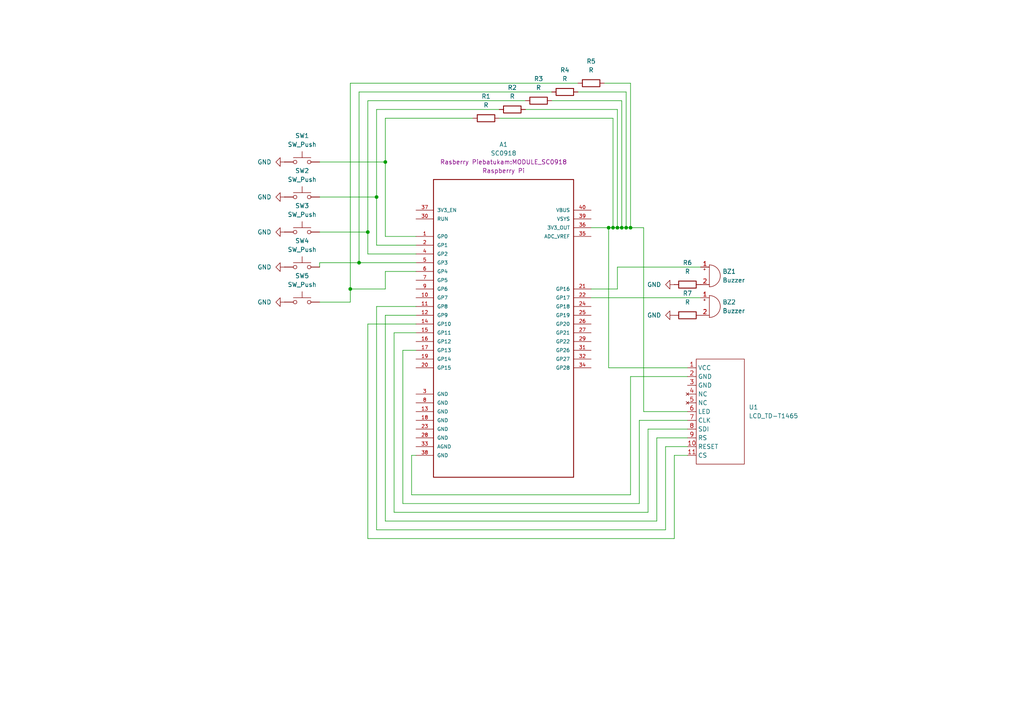
<source format=kicad_sch>
(kicad_sch
	(version 20231120)
	(generator "eeschema")
	(generator_version "8.0")
	(uuid "777a1d84-fce4-46d4-9ce4-a5161fba5046")
	(paper "A4")
	(lib_symbols
		(symbol "Device:Buzzer"
			(pin_names
				(offset 0.0254) hide)
			(exclude_from_sim no)
			(in_bom yes)
			(on_board yes)
			(property "Reference" "BZ"
				(at 3.81 1.27 0)
				(effects
					(font
						(size 1.27 1.27)
					)
					(justify left)
				)
			)
			(property "Value" "Buzzer"
				(at 3.81 -1.27 0)
				(effects
					(font
						(size 1.27 1.27)
					)
					(justify left)
				)
			)
			(property "Footprint" ""
				(at -0.635 2.54 90)
				(effects
					(font
						(size 1.27 1.27)
					)
					(hide yes)
				)
			)
			(property "Datasheet" "~"
				(at -0.635 2.54 90)
				(effects
					(font
						(size 1.27 1.27)
					)
					(hide yes)
				)
			)
			(property "Description" "Buzzer, polarized"
				(at 0 0 0)
				(effects
					(font
						(size 1.27 1.27)
					)
					(hide yes)
				)
			)
			(property "ki_keywords" "quartz resonator ceramic"
				(at 0 0 0)
				(effects
					(font
						(size 1.27 1.27)
					)
					(hide yes)
				)
			)
			(property "ki_fp_filters" "*Buzzer*"
				(at 0 0 0)
				(effects
					(font
						(size 1.27 1.27)
					)
					(hide yes)
				)
			)
			(symbol "Buzzer_0_1"
				(arc
					(start 0 -3.175)
					(mid 3.1612 0)
					(end 0 3.175)
					(stroke
						(width 0)
						(type default)
					)
					(fill
						(type none)
					)
				)
				(polyline
					(pts
						(xy -1.651 1.905) (xy -1.143 1.905)
					)
					(stroke
						(width 0)
						(type default)
					)
					(fill
						(type none)
					)
				)
				(polyline
					(pts
						(xy -1.397 2.159) (xy -1.397 1.651)
					)
					(stroke
						(width 0)
						(type default)
					)
					(fill
						(type none)
					)
				)
				(polyline
					(pts
						(xy 0 3.175) (xy 0 -3.175)
					)
					(stroke
						(width 0)
						(type default)
					)
					(fill
						(type none)
					)
				)
			)
			(symbol "Buzzer_1_1"
				(pin passive line
					(at -2.54 2.54 0)
					(length 2.54)
					(name "+"
						(effects
							(font
								(size 1.27 1.27)
							)
						)
					)
					(number "1"
						(effects
							(font
								(size 1.27 1.27)
							)
						)
					)
				)
				(pin passive line
					(at -2.54 -2.54 0)
					(length 2.54)
					(name "-"
						(effects
							(font
								(size 1.27 1.27)
							)
						)
					)
					(number "2"
						(effects
							(font
								(size 1.27 1.27)
							)
						)
					)
				)
			)
		)
		(symbol "Device:R"
			(pin_numbers hide)
			(pin_names
				(offset 0)
			)
			(exclude_from_sim no)
			(in_bom yes)
			(on_board yes)
			(property "Reference" "R"
				(at 2.032 0 90)
				(effects
					(font
						(size 1.27 1.27)
					)
				)
			)
			(property "Value" "R"
				(at 0 0 90)
				(effects
					(font
						(size 1.27 1.27)
					)
				)
			)
			(property "Footprint" ""
				(at -1.778 0 90)
				(effects
					(font
						(size 1.27 1.27)
					)
					(hide yes)
				)
			)
			(property "Datasheet" "~"
				(at 0 0 0)
				(effects
					(font
						(size 1.27 1.27)
					)
					(hide yes)
				)
			)
			(property "Description" "Resistor"
				(at 0 0 0)
				(effects
					(font
						(size 1.27 1.27)
					)
					(hide yes)
				)
			)
			(property "ki_keywords" "R res resistor"
				(at 0 0 0)
				(effects
					(font
						(size 1.27 1.27)
					)
					(hide yes)
				)
			)
			(property "ki_fp_filters" "R_*"
				(at 0 0 0)
				(effects
					(font
						(size 1.27 1.27)
					)
					(hide yes)
				)
			)
			(symbol "R_0_1"
				(rectangle
					(start -1.016 -2.54)
					(end 1.016 2.54)
					(stroke
						(width 0.254)
						(type default)
					)
					(fill
						(type none)
					)
				)
			)
			(symbol "R_1_1"
				(pin passive line
					(at 0 3.81 270)
					(length 1.27)
					(name "~"
						(effects
							(font
								(size 1.27 1.27)
							)
						)
					)
					(number "1"
						(effects
							(font
								(size 1.27 1.27)
							)
						)
					)
				)
				(pin passive line
					(at 0 -3.81 90)
					(length 1.27)
					(name "~"
						(effects
							(font
								(size 1.27 1.27)
							)
						)
					)
					(number "2"
						(effects
							(font
								(size 1.27 1.27)
							)
						)
					)
				)
			)
		)
		(symbol "Librarie:LCD_TD-T1465"
			(exclude_from_sim no)
			(in_bom yes)
			(on_board yes)
			(property "Reference" "U"
				(at 0 0.508 0)
				(effects
					(font
						(size 1.27 1.27)
					)
				)
			)
			(property "Value" "LCD_TD-T1465"
				(at 0 3.302 0)
				(effects
					(font
						(size 1.27 1.27)
					)
				)
			)
			(property "Footprint" "Display:EA_eDIPTFT32-XXX"
				(at -0.508 -2.286 0)
				(effects
					(font
						(size 1.27 1.27)
					)
					(hide yes)
				)
			)
			(property "Datasheet" ""
				(at 0 0 0)
				(effects
					(font
						(size 1.27 1.27)
					)
					(hide yes)
				)
			)
			(property "Description" ""
				(at 0 0 0)
				(effects
					(font
						(size 1.27 1.27)
					)
					(hide yes)
				)
			)
			(symbol "LCD_TD-T1465_0_1"
				(rectangle
					(start -7.62 -6.35)
					(end 6.35 -36.83)
					(stroke
						(width 0)
						(type default)
					)
					(fill
						(type none)
					)
				)
			)
			(symbol "LCD_TD-T1465_1_1"
				(pin power_in line
					(at -10.16 -8.89 0)
					(length 2.54)
					(name "VCC"
						(effects
							(font
								(size 1.27 1.27)
							)
						)
					)
					(number "1"
						(effects
							(font
								(size 1.27 1.27)
							)
						)
					)
				)
				(pin input line
					(at -10.16 -31.75 0)
					(length 2.54)
					(name "RESET"
						(effects
							(font
								(size 1.27 1.27)
							)
						)
					)
					(number "10"
						(effects
							(font
								(size 1.27 1.27)
							)
						)
					)
				)
				(pin input line
					(at -10.16 -34.29 0)
					(length 2.54)
					(name "CS"
						(effects
							(font
								(size 1.27 1.27)
							)
						)
					)
					(number "11"
						(effects
							(font
								(size 1.27 1.27)
							)
						)
					)
				)
				(pin power_in line
					(at -10.16 -11.43 0)
					(length 2.54)
					(name "GND"
						(effects
							(font
								(size 1.27 1.27)
							)
						)
					)
					(number "2"
						(effects
							(font
								(size 1.27 1.27)
							)
						)
					)
				)
				(pin power_in line
					(at -10.16 -13.97 0)
					(length 2.54)
					(name "GND"
						(effects
							(font
								(size 1.27 1.27)
							)
						)
					)
					(number "3"
						(effects
							(font
								(size 1.27 1.27)
							)
						)
					)
				)
				(pin no_connect line
					(at -10.16 -16.51 0)
					(length 2.54)
					(name "NC"
						(effects
							(font
								(size 1.27 1.27)
							)
						)
					)
					(number "4"
						(effects
							(font
								(size 1.27 1.27)
							)
						)
					)
				)
				(pin no_connect line
					(at -10.16 -19.05 0)
					(length 2.54)
					(name "NC"
						(effects
							(font
								(size 1.27 1.27)
							)
						)
					)
					(number "5"
						(effects
							(font
								(size 1.27 1.27)
							)
						)
					)
				)
				(pin power_in line
					(at -10.16 -21.59 0)
					(length 2.54)
					(name "LED"
						(effects
							(font
								(size 1.27 1.27)
							)
						)
					)
					(number "6"
						(effects
							(font
								(size 1.27 1.27)
							)
						)
					)
				)
				(pin input line
					(at -10.16 -24.13 0)
					(length 2.54)
					(name "CLK"
						(effects
							(font
								(size 1.27 1.27)
							)
						)
					)
					(number "7"
						(effects
							(font
								(size 1.27 1.27)
							)
						)
					)
				)
				(pin input line
					(at -10.16 -26.67 0)
					(length 2.54)
					(name "SDI"
						(effects
							(font
								(size 1.27 1.27)
							)
						)
					)
					(number "8"
						(effects
							(font
								(size 1.27 1.27)
							)
						)
					)
				)
				(pin input line
					(at -10.16 -29.21 0)
					(length 2.54)
					(name "RS"
						(effects
							(font
								(size 1.27 1.27)
							)
						)
					)
					(number "9"
						(effects
							(font
								(size 1.27 1.27)
							)
						)
					)
				)
			)
		)
		(symbol "Rasberry Piebatukam:SC0918"
			(pin_names
				(offset 1.016)
			)
			(exclude_from_sim no)
			(in_bom yes)
			(on_board yes)
			(property "Reference" "A1"
				(at 0 58.42 0)
				(effects
					(font
						(size 1.27 1.27)
					)
				)
			)
			(property "Value" "SC0918"
				(at 0 55.88 0)
				(effects
					(font
						(size 1.27 1.27)
					)
				)
			)
			(property "Footprint" "Rasberry Piebatukam:MODULE_SC0918"
				(at -12.7 -46.99 0)
				(effects
					(font
						(size 1.27 1.27)
					)
					(justify bottom)
				)
			)
			(property "Datasheet" "https://datasheets.raspberrypi.com/picow/pico-w-datasheet.pdf"
				(at -26.67 -49.53 0)
				(effects
					(font
						(size 1.27 1.27)
					)
					(justify left bottom)
					(hide yes)
				)
			)
			(property "Description" ""
				(at 0 0 0)
				(effects
					(font
						(size 1.27 1.27)
					)
					(hide yes)
				)
			)
			(property "manufacturer" "Raspberry Pi"
				(at 0 53.34 0)
				(effects
					(font
						(size 1.27 1.27)
					)
				)
			)
			(property "P/N" "SC0918"
				(at 0 50.8 0)
				(effects
					(font
						(size 1.27 1.27)
					)
					(hide yes)
				)
			)
			(property "PARTREV" "1.6"
				(at 0 48.26 0)
				(effects
					(font
						(size 1.27 1.27)
					)
					(hide yes)
				)
			)
			(property "MAXIMUM_PACKAGE_HEIGHT" "3.73mm"
				(at 0 45.72 0)
				(effects
					(font
						(size 1.27 1.27)
					)
					(hide yes)
				)
			)
			(symbol "SC0918_0_0"
				(rectangle
					(start -20.32 -43.18)
					(end 20.32 43.18)
					(stroke
						(width 0.254)
						(type default)
					)
					(fill
						(type none)
					)
				)
				(pin bidirectional line
					(at -25.4 26.67 0)
					(length 5.08)
					(name "GP0"
						(effects
							(font
								(size 1.016 1.016)
							)
						)
					)
					(number "1"
						(effects
							(font
								(size 1.016 1.016)
							)
						)
					)
				)
				(pin bidirectional line
					(at -25.4 8.89 0)
					(length 5.08)
					(name "GP7"
						(effects
							(font
								(size 1.016 1.016)
							)
						)
					)
					(number "10"
						(effects
							(font
								(size 1.016 1.016)
							)
						)
					)
				)
				(pin bidirectional line
					(at -25.4 6.35 0)
					(length 5.08)
					(name "GP8"
						(effects
							(font
								(size 1.016 1.016)
							)
						)
					)
					(number "11"
						(effects
							(font
								(size 1.016 1.016)
							)
						)
					)
				)
				(pin bidirectional line
					(at -25.4 3.81 0)
					(length 5.08)
					(name "GP9"
						(effects
							(font
								(size 1.016 1.016)
							)
						)
					)
					(number "12"
						(effects
							(font
								(size 1.016 1.016)
							)
						)
					)
				)
				(pin power_in line
					(at -25.4 -24.13 0)
					(length 5.08)
					(name "GND"
						(effects
							(font
								(size 1.016 1.016)
							)
						)
					)
					(number "13"
						(effects
							(font
								(size 1.016 1.016)
							)
						)
					)
				)
				(pin bidirectional line
					(at -25.4 1.27 0)
					(length 5.08)
					(name "GP10"
						(effects
							(font
								(size 1.016 1.016)
							)
						)
					)
					(number "14"
						(effects
							(font
								(size 1.016 1.016)
							)
						)
					)
				)
				(pin bidirectional line
					(at -25.4 -1.27 0)
					(length 5.08)
					(name "GP11"
						(effects
							(font
								(size 1.016 1.016)
							)
						)
					)
					(number "15"
						(effects
							(font
								(size 1.016 1.016)
							)
						)
					)
				)
				(pin bidirectional line
					(at -25.4 -3.81 0)
					(length 5.08)
					(name "GP12"
						(effects
							(font
								(size 1.016 1.016)
							)
						)
					)
					(number "16"
						(effects
							(font
								(size 1.016 1.016)
							)
						)
					)
				)
				(pin bidirectional line
					(at -25.4 -6.35 0)
					(length 5.08)
					(name "GP13"
						(effects
							(font
								(size 1.016 1.016)
							)
						)
					)
					(number "17"
						(effects
							(font
								(size 1.016 1.016)
							)
						)
					)
				)
				(pin power_in line
					(at -25.4 -26.67 0)
					(length 5.08)
					(name "GND"
						(effects
							(font
								(size 1.016 1.016)
							)
						)
					)
					(number "18"
						(effects
							(font
								(size 1.016 1.016)
							)
						)
					)
				)
				(pin bidirectional line
					(at -25.4 -8.89 0)
					(length 5.08)
					(name "GP14"
						(effects
							(font
								(size 1.016 1.016)
							)
						)
					)
					(number "19"
						(effects
							(font
								(size 1.016 1.016)
							)
						)
					)
				)
				(pin bidirectional line
					(at -25.4 24.13 0)
					(length 5.08)
					(name "GP1"
						(effects
							(font
								(size 1.016 1.016)
							)
						)
					)
					(number "2"
						(effects
							(font
								(size 1.016 1.016)
							)
						)
					)
				)
				(pin bidirectional line
					(at -25.4 -11.43 0)
					(length 5.08)
					(name "GP15"
						(effects
							(font
								(size 1.016 1.016)
							)
						)
					)
					(number "20"
						(effects
							(font
								(size 1.016 1.016)
							)
						)
					)
				)
				(pin bidirectional line
					(at 25.4 11.43 180)
					(length 5.08)
					(name "GP16"
						(effects
							(font
								(size 1.016 1.016)
							)
						)
					)
					(number "21"
						(effects
							(font
								(size 1.016 1.016)
							)
						)
					)
				)
				(pin bidirectional line
					(at 25.4 8.89 180)
					(length 5.08)
					(name "GP17"
						(effects
							(font
								(size 1.016 1.016)
							)
						)
					)
					(number "22"
						(effects
							(font
								(size 1.016 1.016)
							)
						)
					)
				)
				(pin power_in line
					(at -25.4 -29.21 0)
					(length 5.08)
					(name "GND"
						(effects
							(font
								(size 1.016 1.016)
							)
						)
					)
					(number "23"
						(effects
							(font
								(size 1.016 1.016)
							)
						)
					)
				)
				(pin bidirectional line
					(at 25.4 6.35 180)
					(length 5.08)
					(name "GP18"
						(effects
							(font
								(size 1.016 1.016)
							)
						)
					)
					(number "24"
						(effects
							(font
								(size 1.016 1.016)
							)
						)
					)
				)
				(pin bidirectional line
					(at 25.4 3.81 180)
					(length 5.08)
					(name "GP19"
						(effects
							(font
								(size 1.016 1.016)
							)
						)
					)
					(number "25"
						(effects
							(font
								(size 1.016 1.016)
							)
						)
					)
				)
				(pin bidirectional line
					(at 25.4 1.27 180)
					(length 5.08)
					(name "GP20"
						(effects
							(font
								(size 1.016 1.016)
							)
						)
					)
					(number "26"
						(effects
							(font
								(size 1.016 1.016)
							)
						)
					)
				)
				(pin bidirectional line
					(at 25.4 -1.27 180)
					(length 5.08)
					(name "GP21"
						(effects
							(font
								(size 1.016 1.016)
							)
						)
					)
					(number "27"
						(effects
							(font
								(size 1.016 1.016)
							)
						)
					)
				)
				(pin power_in line
					(at -25.4 -31.75 0)
					(length 5.08)
					(name "GND"
						(effects
							(font
								(size 1.016 1.016)
							)
						)
					)
					(number "28"
						(effects
							(font
								(size 1.016 1.016)
							)
						)
					)
				)
				(pin bidirectional line
					(at 25.4 -3.81 180)
					(length 5.08)
					(name "GP22"
						(effects
							(font
								(size 1.016 1.016)
							)
						)
					)
					(number "29"
						(effects
							(font
								(size 1.016 1.016)
							)
						)
					)
				)
				(pin power_in line
					(at -25.4 -19.05 0)
					(length 5.08)
					(name "GND"
						(effects
							(font
								(size 1.016 1.016)
							)
						)
					)
					(number "3"
						(effects
							(font
								(size 1.016 1.016)
							)
						)
					)
				)
				(pin input line
					(at -25.4 31.75 0)
					(length 5.08)
					(name "RUN"
						(effects
							(font
								(size 1.016 1.016)
							)
						)
					)
					(number "30"
						(effects
							(font
								(size 1.016 1.016)
							)
						)
					)
				)
				(pin bidirectional line
					(at 25.4 -6.35 180)
					(length 5.08)
					(name "GP26"
						(effects
							(font
								(size 1.016 1.016)
							)
						)
					)
					(number "31"
						(effects
							(font
								(size 1.016 1.016)
							)
						)
					)
				)
				(pin bidirectional line
					(at 25.4 -8.89 180)
					(length 5.08)
					(name "GP27"
						(effects
							(font
								(size 1.016 1.016)
							)
						)
					)
					(number "32"
						(effects
							(font
								(size 1.016 1.016)
							)
						)
					)
				)
				(pin power_in line
					(at -25.4 -34.29 0)
					(length 5.08)
					(name "AGND"
						(effects
							(font
								(size 1.016 1.016)
							)
						)
					)
					(number "33"
						(effects
							(font
								(size 1.016 1.016)
							)
						)
					)
				)
				(pin bidirectional line
					(at 25.4 -11.43 180)
					(length 5.08)
					(name "GP28"
						(effects
							(font
								(size 1.016 1.016)
							)
						)
					)
					(number "34"
						(effects
							(font
								(size 1.016 1.016)
							)
						)
					)
				)
				(pin power_in line
					(at 25.4 26.67 180)
					(length 5.08)
					(name "ADC_VREF"
						(effects
							(font
								(size 1.016 1.016)
							)
						)
					)
					(number "35"
						(effects
							(font
								(size 1.016 1.016)
							)
						)
					)
				)
				(pin power_in line
					(at 25.4 29.21 180)
					(length 5.08)
					(name "3V3_OUT"
						(effects
							(font
								(size 1.016 1.016)
							)
						)
					)
					(number "36"
						(effects
							(font
								(size 1.016 1.016)
							)
						)
					)
				)
				(pin input line
					(at -25.4 34.29 0)
					(length 5.08)
					(name "3V3_EN"
						(effects
							(font
								(size 1.016 1.016)
							)
						)
					)
					(number "37"
						(effects
							(font
								(size 1.016 1.016)
							)
						)
					)
				)
				(pin power_in line
					(at -25.4 -36.83 0)
					(length 5.08)
					(name "GND"
						(effects
							(font
								(size 1.016 1.016)
							)
						)
					)
					(number "38"
						(effects
							(font
								(size 1.016 1.016)
							)
						)
					)
				)
				(pin free line
					(at 25.4 31.75 180)
					(length 5.08)
					(name "VSYS"
						(effects
							(font
								(size 1.016 1.016)
							)
						)
					)
					(number "39"
						(effects
							(font
								(size 1.016 1.016)
							)
						)
					)
				)
				(pin bidirectional line
					(at -25.4 21.59 0)
					(length 5.08)
					(name "GP2"
						(effects
							(font
								(size 1.016 1.016)
							)
						)
					)
					(number "4"
						(effects
							(font
								(size 1.016 1.016)
							)
						)
					)
				)
				(pin free line
					(at 25.4 34.29 180)
					(length 5.08)
					(name "VBUS"
						(effects
							(font
								(size 1.016 1.016)
							)
						)
					)
					(number "40"
						(effects
							(font
								(size 1.016 1.016)
							)
						)
					)
				)
				(pin bidirectional line
					(at -25.4 19.05 0)
					(length 5.08)
					(name "GP3"
						(effects
							(font
								(size 1.016 1.016)
							)
						)
					)
					(number "5"
						(effects
							(font
								(size 1.016 1.016)
							)
						)
					)
				)
				(pin bidirectional line
					(at -25.4 16.51 0)
					(length 5.08)
					(name "GP4"
						(effects
							(font
								(size 1.016 1.016)
							)
						)
					)
					(number "6"
						(effects
							(font
								(size 1.016 1.016)
							)
						)
					)
				)
				(pin bidirectional line
					(at -25.4 13.97 0)
					(length 5.08)
					(name "GP5"
						(effects
							(font
								(size 1.016 1.016)
							)
						)
					)
					(number "7"
						(effects
							(font
								(size 1.016 1.016)
							)
						)
					)
				)
				(pin power_in line
					(at -25.4 -21.59 0)
					(length 5.08)
					(name "GND"
						(effects
							(font
								(size 1.016 1.016)
							)
						)
					)
					(number "8"
						(effects
							(font
								(size 1.016 1.016)
							)
						)
					)
				)
				(pin bidirectional line
					(at -25.4 11.43 0)
					(length 5.08)
					(name "GP6"
						(effects
							(font
								(size 1.016 1.016)
							)
						)
					)
					(number "9"
						(effects
							(font
								(size 1.016 1.016)
							)
						)
					)
				)
			)
		)
		(symbol "Switch:SW_Push"
			(pin_numbers hide)
			(pin_names
				(offset 1.016) hide)
			(exclude_from_sim no)
			(in_bom yes)
			(on_board yes)
			(property "Reference" "SW"
				(at 1.27 2.54 0)
				(effects
					(font
						(size 1.27 1.27)
					)
					(justify left)
				)
			)
			(property "Value" "SW_Push"
				(at 0 -1.524 0)
				(effects
					(font
						(size 1.27 1.27)
					)
				)
			)
			(property "Footprint" ""
				(at 0 5.08 0)
				(effects
					(font
						(size 1.27 1.27)
					)
					(hide yes)
				)
			)
			(property "Datasheet" "~"
				(at 0 5.08 0)
				(effects
					(font
						(size 1.27 1.27)
					)
					(hide yes)
				)
			)
			(property "Description" "Push button switch, generic, two pins"
				(at 0 0 0)
				(effects
					(font
						(size 1.27 1.27)
					)
					(hide yes)
				)
			)
			(property "ki_keywords" "switch normally-open pushbutton push-button"
				(at 0 0 0)
				(effects
					(font
						(size 1.27 1.27)
					)
					(hide yes)
				)
			)
			(symbol "SW_Push_0_1"
				(circle
					(center -2.032 0)
					(radius 0.508)
					(stroke
						(width 0)
						(type default)
					)
					(fill
						(type none)
					)
				)
				(polyline
					(pts
						(xy 0 1.27) (xy 0 3.048)
					)
					(stroke
						(width 0)
						(type default)
					)
					(fill
						(type none)
					)
				)
				(polyline
					(pts
						(xy 2.54 1.27) (xy -2.54 1.27)
					)
					(stroke
						(width 0)
						(type default)
					)
					(fill
						(type none)
					)
				)
				(circle
					(center 2.032 0)
					(radius 0.508)
					(stroke
						(width 0)
						(type default)
					)
					(fill
						(type none)
					)
				)
				(pin passive line
					(at -5.08 0 0)
					(length 2.54)
					(name "1"
						(effects
							(font
								(size 1.27 1.27)
							)
						)
					)
					(number "1"
						(effects
							(font
								(size 1.27 1.27)
							)
						)
					)
				)
				(pin passive line
					(at 5.08 0 180)
					(length 2.54)
					(name "2"
						(effects
							(font
								(size 1.27 1.27)
							)
						)
					)
					(number "2"
						(effects
							(font
								(size 1.27 1.27)
							)
						)
					)
				)
			)
		)
		(symbol "power:GND"
			(power)
			(pin_numbers hide)
			(pin_names
				(offset 0) hide)
			(exclude_from_sim no)
			(in_bom yes)
			(on_board yes)
			(property "Reference" "#PWR"
				(at 0 -6.35 0)
				(effects
					(font
						(size 1.27 1.27)
					)
					(hide yes)
				)
			)
			(property "Value" "GND"
				(at 0 -3.81 0)
				(effects
					(font
						(size 1.27 1.27)
					)
				)
			)
			(property "Footprint" ""
				(at 0 0 0)
				(effects
					(font
						(size 1.27 1.27)
					)
					(hide yes)
				)
			)
			(property "Datasheet" ""
				(at 0 0 0)
				(effects
					(font
						(size 1.27 1.27)
					)
					(hide yes)
				)
			)
			(property "Description" "Power symbol creates a global label with name \"GND\" , ground"
				(at 0 0 0)
				(effects
					(font
						(size 1.27 1.27)
					)
					(hide yes)
				)
			)
			(property "ki_keywords" "global power"
				(at 0 0 0)
				(effects
					(font
						(size 1.27 1.27)
					)
					(hide yes)
				)
			)
			(symbol "GND_0_1"
				(polyline
					(pts
						(xy 0 0) (xy 0 -1.27) (xy 1.27 -1.27) (xy 0 -2.54) (xy -1.27 -1.27) (xy 0 -1.27)
					)
					(stroke
						(width 0)
						(type default)
					)
					(fill
						(type none)
					)
				)
			)
			(symbol "GND_1_1"
				(pin power_in line
					(at 0 0 270)
					(length 0)
					(name "~"
						(effects
							(font
								(size 1.27 1.27)
							)
						)
					)
					(number "1"
						(effects
							(font
								(size 1.27 1.27)
							)
						)
					)
				)
			)
		)
	)
	(junction
		(at 106.68 67.31)
		(diameter 0)
		(color 0 0 0 0)
		(uuid "0543f920-0646-4fef-b29b-ed1239f3b377")
	)
	(junction
		(at 109.22 57.15)
		(diameter 0)
		(color 0 0 0 0)
		(uuid "1e0f44e1-a711-4238-86ba-3d9bf70d48f2")
	)
	(junction
		(at 177.8 66.04)
		(diameter 0)
		(color 0 0 0 0)
		(uuid "416eac11-4203-42a0-aa77-4b2e958e3458")
	)
	(junction
		(at 182.88 66.04)
		(diameter 0)
		(color 0 0 0 0)
		(uuid "673e621e-81b5-4f4f-8c7c-f25c564c4b1b")
	)
	(junction
		(at 181.61 66.04)
		(diameter 0)
		(color 0 0 0 0)
		(uuid "79d716c2-45d2-4fe6-861c-62d57b496825")
	)
	(junction
		(at 104.14 76.2)
		(diameter 0)
		(color 0 0 0 0)
		(uuid "7c6c7c08-8d20-482a-b82a-6545cbdc352b")
	)
	(junction
		(at 176.53 66.04)
		(diameter 0)
		(color 0 0 0 0)
		(uuid "b7ab7a49-3362-484e-a35d-95311a5d66ef")
	)
	(junction
		(at 111.76 46.99)
		(diameter 0)
		(color 0 0 0 0)
		(uuid "be7b4bdc-cdbc-4f5d-806f-54b4e28d75c5")
	)
	(junction
		(at 179.07 66.04)
		(diameter 0)
		(color 0 0 0 0)
		(uuid "d7c66539-b1ab-4cdd-a491-38cf7d5cb7ec")
	)
	(junction
		(at 180.34 66.04)
		(diameter 0)
		(color 0 0 0 0)
		(uuid "d8f3d7ab-93e8-4745-8a4b-2c19140c2179")
	)
	(junction
		(at 101.6 83.82)
		(diameter 0)
		(color 0 0 0 0)
		(uuid "fb6fd8ba-e68e-435a-8da3-51546d5f8093")
	)
	(wire
		(pts
			(xy 111.76 83.82) (xy 111.76 78.74)
		)
		(stroke
			(width 0)
			(type default)
		)
		(uuid "003e2fc9-3f68-4075-85f6-e13e6d2906fa")
	)
	(wire
		(pts
			(xy 195.58 156.21) (xy 106.68 156.21)
		)
		(stroke
			(width 0)
			(type default)
		)
		(uuid "0468db03-8792-4569-a26b-559dace96159")
	)
	(wire
		(pts
			(xy 111.76 91.44) (xy 120.65 91.44)
		)
		(stroke
			(width 0)
			(type default)
		)
		(uuid "04b5713d-bdbc-4345-95f5-3fbc28c8141f")
	)
	(wire
		(pts
			(xy 109.22 57.15) (xy 109.22 31.75)
		)
		(stroke
			(width 0)
			(type default)
		)
		(uuid "05c58309-3583-4123-aacc-08c18a7861e8")
	)
	(wire
		(pts
			(xy 152.4 31.75) (xy 179.07 31.75)
		)
		(stroke
			(width 0)
			(type default)
		)
		(uuid "09484467-584a-40d0-aa9d-f2755aeaedfd")
	)
	(wire
		(pts
			(xy 182.88 66.04) (xy 186.69 66.04)
		)
		(stroke
			(width 0)
			(type default)
		)
		(uuid "1010828f-f8b5-458c-b98f-1bac1be6a581")
	)
	(wire
		(pts
			(xy 182.88 24.13) (xy 182.88 66.04)
		)
		(stroke
			(width 0)
			(type default)
		)
		(uuid "16170156-64b6-4153-9783-332999a5475b")
	)
	(wire
		(pts
			(xy 182.88 109.22) (xy 182.88 143.51)
		)
		(stroke
			(width 0)
			(type default)
		)
		(uuid "1a7d68c1-b6aa-4d7d-9465-089c27dafa17")
	)
	(wire
		(pts
			(xy 92.71 57.15) (xy 109.22 57.15)
		)
		(stroke
			(width 0)
			(type default)
		)
		(uuid "1c173a49-9df0-4b99-8fb0-59bf04f798e4")
	)
	(wire
		(pts
			(xy 179.07 77.47) (xy 203.2 77.47)
		)
		(stroke
			(width 0)
			(type default)
		)
		(uuid "1c1b1ef6-e98b-4dbc-a76e-972cc44d8a17")
	)
	(wire
		(pts
			(xy 180.34 29.21) (xy 180.34 66.04)
		)
		(stroke
			(width 0)
			(type default)
		)
		(uuid "2135e5e3-b3ed-4ed4-aadf-84837de985fd")
	)
	(wire
		(pts
			(xy 109.22 57.15) (xy 109.22 71.12)
		)
		(stroke
			(width 0)
			(type default)
		)
		(uuid "27dfd18b-6d1d-46ac-907b-c595f556fcc3")
	)
	(wire
		(pts
			(xy 195.58 132.08) (xy 195.58 156.21)
		)
		(stroke
			(width 0)
			(type default)
		)
		(uuid "2b0bf63e-7502-4ef7-8c0f-2062cc50b8fe")
	)
	(wire
		(pts
			(xy 177.8 34.29) (xy 177.8 66.04)
		)
		(stroke
			(width 0)
			(type default)
		)
		(uuid "2d0b2e83-de1c-4fd2-aae3-8fe041b686a8")
	)
	(wire
		(pts
			(xy 92.71 87.63) (xy 101.6 87.63)
		)
		(stroke
			(width 0)
			(type default)
		)
		(uuid "2e2a7694-cf32-4f94-81c6-5c93f6e40efd")
	)
	(wire
		(pts
			(xy 199.39 127) (xy 190.5 127)
		)
		(stroke
			(width 0)
			(type default)
		)
		(uuid "2fc2ef9b-5d6d-4499-bd95-dec952eb62ca")
	)
	(wire
		(pts
			(xy 199.39 121.92) (xy 185.42 121.92)
		)
		(stroke
			(width 0)
			(type default)
		)
		(uuid "353bb9c8-187b-41b2-965b-d753a2dd267c")
	)
	(wire
		(pts
			(xy 104.14 76.2) (xy 104.14 26.67)
		)
		(stroke
			(width 0)
			(type default)
		)
		(uuid "384a665b-0b1f-4ee3-928f-c9c38a1efda1")
	)
	(wire
		(pts
			(xy 119.38 143.51) (xy 119.38 132.08)
		)
		(stroke
			(width 0)
			(type default)
		)
		(uuid "3c0fcbf8-7588-44f0-a948-3e53dc5d6962")
	)
	(wire
		(pts
			(xy 190.5 151.13) (xy 111.76 151.13)
		)
		(stroke
			(width 0)
			(type default)
		)
		(uuid "42877d71-3e34-488c-8b59-2c43e34ce250")
	)
	(wire
		(pts
			(xy 106.68 156.21) (xy 106.68 93.98)
		)
		(stroke
			(width 0)
			(type default)
		)
		(uuid "42a2520e-b093-4bee-bffe-5cad878e3ac6")
	)
	(wire
		(pts
			(xy 185.42 146.05) (xy 116.84 146.05)
		)
		(stroke
			(width 0)
			(type default)
		)
		(uuid "49755f22-9d97-4cee-8f32-00fef8865518")
	)
	(wire
		(pts
			(xy 111.76 46.99) (xy 111.76 68.58)
		)
		(stroke
			(width 0)
			(type default)
		)
		(uuid "4bbc714b-92c5-46c9-8246-713d7d0a418b")
	)
	(wire
		(pts
			(xy 179.07 66.04) (xy 180.34 66.04)
		)
		(stroke
			(width 0)
			(type default)
		)
		(uuid "4cfc3393-d185-44ac-a87a-009c2e59e771")
	)
	(wire
		(pts
			(xy 111.76 34.29) (xy 137.16 34.29)
		)
		(stroke
			(width 0)
			(type default)
		)
		(uuid "53f0341f-5cd9-430a-84b1-13855999f876")
	)
	(wire
		(pts
			(xy 193.04 153.67) (xy 109.22 153.67)
		)
		(stroke
			(width 0)
			(type default)
		)
		(uuid "54d42526-6414-4d29-a303-634e542d4b9b")
	)
	(wire
		(pts
			(xy 179.07 31.75) (xy 179.07 66.04)
		)
		(stroke
			(width 0)
			(type default)
		)
		(uuid "554fe39f-03f1-4592-8227-8f450222227a")
	)
	(wire
		(pts
			(xy 144.78 34.29) (xy 177.8 34.29)
		)
		(stroke
			(width 0)
			(type default)
		)
		(uuid "5576c14b-b72b-464a-84ad-2aa88dc0d8b7")
	)
	(wire
		(pts
			(xy 109.22 71.12) (xy 120.65 71.12)
		)
		(stroke
			(width 0)
			(type default)
		)
		(uuid "56cb2311-8391-4ab0-bc43-42585002f3a3")
	)
	(wire
		(pts
			(xy 106.68 67.31) (xy 106.68 29.21)
		)
		(stroke
			(width 0)
			(type default)
		)
		(uuid "5aa20aba-00ec-4e59-bfa9-2508c83747c1")
	)
	(wire
		(pts
			(xy 199.39 106.68) (xy 176.53 106.68)
		)
		(stroke
			(width 0)
			(type default)
		)
		(uuid "5c956f17-a7bc-4729-b2d0-080d70f301e0")
	)
	(wire
		(pts
			(xy 101.6 83.82) (xy 111.76 83.82)
		)
		(stroke
			(width 0)
			(type default)
		)
		(uuid "5f603c17-49e6-40ce-bbb3-1e8a2074a1fd")
	)
	(wire
		(pts
			(xy 111.76 78.74) (xy 120.65 78.74)
		)
		(stroke
			(width 0)
			(type default)
		)
		(uuid "61cb28de-7dd8-43dd-ac06-ac87e36e61d3")
	)
	(wire
		(pts
			(xy 193.04 129.54) (xy 193.04 153.67)
		)
		(stroke
			(width 0)
			(type default)
		)
		(uuid "63be1584-9482-4021-8eeb-e16cab23e9f1")
	)
	(wire
		(pts
			(xy 106.68 93.98) (xy 120.65 93.98)
		)
		(stroke
			(width 0)
			(type default)
		)
		(uuid "6504ae28-8431-4b9e-8624-eb91449897ab")
	)
	(wire
		(pts
			(xy 109.22 31.75) (xy 144.78 31.75)
		)
		(stroke
			(width 0)
			(type default)
		)
		(uuid "687cc8b2-078c-4aff-9377-ae8e91a01cdd")
	)
	(wire
		(pts
			(xy 176.53 66.04) (xy 171.45 66.04)
		)
		(stroke
			(width 0)
			(type default)
		)
		(uuid "69ad1a22-759e-4b1c-b2ee-502daad135f5")
	)
	(wire
		(pts
			(xy 171.45 86.36) (xy 203.2 86.36)
		)
		(stroke
			(width 0)
			(type default)
		)
		(uuid "6b6ebe19-7079-4bdd-9334-c38c3e88e42c")
	)
	(wire
		(pts
			(xy 187.96 148.59) (xy 114.3 148.59)
		)
		(stroke
			(width 0)
			(type default)
		)
		(uuid "6b9fce5a-7aa2-47b4-8962-eb1a8f19e695")
	)
	(wire
		(pts
			(xy 101.6 24.13) (xy 167.64 24.13)
		)
		(stroke
			(width 0)
			(type default)
		)
		(uuid "6bb71841-3687-450b-b9cc-37fea1a7a2fa")
	)
	(wire
		(pts
			(xy 92.71 46.99) (xy 111.76 46.99)
		)
		(stroke
			(width 0)
			(type default)
		)
		(uuid "6d7b66b4-5d38-4bd4-83ff-f8ea94b30936")
	)
	(wire
		(pts
			(xy 195.58 132.08) (xy 199.39 132.08)
		)
		(stroke
			(width 0)
			(type default)
		)
		(uuid "6dcaacea-71a6-455b-8627-4b0f345dd061")
	)
	(wire
		(pts
			(xy 175.26 24.13) (xy 182.88 24.13)
		)
		(stroke
			(width 0)
			(type default)
		)
		(uuid "6fd60b84-ba84-49d9-9e64-f149430c2ebc")
	)
	(wire
		(pts
			(xy 109.22 88.9) (xy 109.22 153.67)
		)
		(stroke
			(width 0)
			(type default)
		)
		(uuid "71b9d5ad-5ffb-4356-96fb-4ff0c9873f00")
	)
	(wire
		(pts
			(xy 116.84 101.6) (xy 120.65 101.6)
		)
		(stroke
			(width 0)
			(type default)
		)
		(uuid "761cd162-8dc0-41b0-9bad-ffd4bb2bde6a")
	)
	(wire
		(pts
			(xy 106.68 29.21) (xy 152.4 29.21)
		)
		(stroke
			(width 0)
			(type default)
		)
		(uuid "7816cf7a-80e8-4970-9aa3-d4c00345ecce")
	)
	(wire
		(pts
			(xy 167.64 26.67) (xy 181.61 26.67)
		)
		(stroke
			(width 0)
			(type default)
		)
		(uuid "816c3fe1-46ae-4449-84a7-9f0ab044161e")
	)
	(wire
		(pts
			(xy 104.14 26.67) (xy 160.02 26.67)
		)
		(stroke
			(width 0)
			(type default)
		)
		(uuid "81c994d2-5377-45b0-af56-da06d4cb188e")
	)
	(wire
		(pts
			(xy 180.34 66.04) (xy 181.61 66.04)
		)
		(stroke
			(width 0)
			(type default)
		)
		(uuid "8711ba70-a890-4321-a782-a3284026e24c")
	)
	(wire
		(pts
			(xy 114.3 148.59) (xy 114.3 96.52)
		)
		(stroke
			(width 0)
			(type default)
		)
		(uuid "8d7d56d8-034e-463a-849f-5d2426b47b47")
	)
	(wire
		(pts
			(xy 116.84 101.6) (xy 116.84 146.05)
		)
		(stroke
			(width 0)
			(type default)
		)
		(uuid "8e6ecf11-76f0-4eac-81fc-d0d99122af9a")
	)
	(wire
		(pts
			(xy 111.76 151.13) (xy 111.76 91.44)
		)
		(stroke
			(width 0)
			(type default)
		)
		(uuid "9298a434-3fd5-48c4-99a3-27ffc183d6b1")
	)
	(wire
		(pts
			(xy 187.96 124.46) (xy 187.96 148.59)
		)
		(stroke
			(width 0)
			(type default)
		)
		(uuid "93310f2c-09f5-47ea-8ba1-87d9bf5115bc")
	)
	(wire
		(pts
			(xy 190.5 127) (xy 190.5 151.13)
		)
		(stroke
			(width 0)
			(type default)
		)
		(uuid "93608883-1458-487b-bc04-ce98fae25ea2")
	)
	(wire
		(pts
			(xy 185.42 121.92) (xy 185.42 146.05)
		)
		(stroke
			(width 0)
			(type default)
		)
		(uuid "998411e7-31a7-45e3-b798-fc4dafc5a411")
	)
	(wire
		(pts
			(xy 177.8 66.04) (xy 179.07 66.04)
		)
		(stroke
			(width 0)
			(type default)
		)
		(uuid "9b22188f-c0f0-488c-898d-6c408c89dadc")
	)
	(wire
		(pts
			(xy 101.6 24.13) (xy 101.6 83.82)
		)
		(stroke
			(width 0)
			(type default)
		)
		(uuid "9dc97345-39a7-4fe8-a0ed-78ccc9131cdd")
	)
	(wire
		(pts
			(xy 181.61 26.67) (xy 181.61 66.04)
		)
		(stroke
			(width 0)
			(type default)
		)
		(uuid "9f78519f-5a06-455e-86a3-d7e8fd8b0717")
	)
	(wire
		(pts
			(xy 199.39 119.38) (xy 186.69 119.38)
		)
		(stroke
			(width 0)
			(type default)
		)
		(uuid "a30cd5e7-feda-4495-933a-cf3dc3ed88c1")
	)
	(wire
		(pts
			(xy 199.39 129.54) (xy 193.04 129.54)
		)
		(stroke
			(width 0)
			(type default)
		)
		(uuid "a5a49578-4943-4e65-8582-ffb50f7b9877")
	)
	(wire
		(pts
			(xy 109.22 88.9) (xy 120.65 88.9)
		)
		(stroke
			(width 0)
			(type default)
		)
		(uuid "a7aa3109-eb6b-4b80-b160-7af7699df20d")
	)
	(wire
		(pts
			(xy 199.39 109.22) (xy 182.88 109.22)
		)
		(stroke
			(width 0)
			(type default)
		)
		(uuid "a80d04ab-eb32-479e-95b6-63fba753c407")
	)
	(wire
		(pts
			(xy 92.71 76.2) (xy 104.14 76.2)
		)
		(stroke
			(width 0)
			(type default)
		)
		(uuid "a9230be6-3172-41fb-bb02-afe87aade8a3")
	)
	(wire
		(pts
			(xy 160.02 29.21) (xy 180.34 29.21)
		)
		(stroke
			(width 0)
			(type default)
		)
		(uuid "b750e9b9-e3d2-4aa0-9fc5-eb3c71dc8119")
	)
	(wire
		(pts
			(xy 186.69 119.38) (xy 186.69 66.04)
		)
		(stroke
			(width 0)
			(type default)
		)
		(uuid "b819f967-fb06-4a7f-b55b-6eaf62764502")
	)
	(wire
		(pts
			(xy 176.53 66.04) (xy 177.8 66.04)
		)
		(stroke
			(width 0)
			(type default)
		)
		(uuid "b882ec96-c734-4abb-b7b0-3225632294b0")
	)
	(wire
		(pts
			(xy 106.68 73.66) (xy 120.65 73.66)
		)
		(stroke
			(width 0)
			(type default)
		)
		(uuid "b8c66fda-26f9-4548-8c72-19d06e35cc62")
	)
	(wire
		(pts
			(xy 111.76 68.58) (xy 120.65 68.58)
		)
		(stroke
			(width 0)
			(type default)
		)
		(uuid "bc21b6c9-c184-44a3-8e18-ffab71200004")
	)
	(wire
		(pts
			(xy 92.71 76.2) (xy 92.71 77.47)
		)
		(stroke
			(width 0)
			(type default)
		)
		(uuid "bc34f93f-11c7-4d8a-9d98-dce0d70fa59e")
	)
	(wire
		(pts
			(xy 101.6 83.82) (xy 101.6 87.63)
		)
		(stroke
			(width 0)
			(type default)
		)
		(uuid "c6f96148-21f1-4356-81d8-86f5ab9d51fe")
	)
	(wire
		(pts
			(xy 106.68 67.31) (xy 106.68 73.66)
		)
		(stroke
			(width 0)
			(type default)
		)
		(uuid "cc6b2df6-86eb-4589-b001-b4e6da399a80")
	)
	(wire
		(pts
			(xy 176.53 66.04) (xy 176.53 106.68)
		)
		(stroke
			(width 0)
			(type default)
		)
		(uuid "d13f5738-02e4-40d3-b1d8-6b431d045de7")
	)
	(wire
		(pts
			(xy 199.39 124.46) (xy 187.96 124.46)
		)
		(stroke
			(width 0)
			(type default)
		)
		(uuid "d35c0148-3a18-4945-8db4-3fad1036288a")
	)
	(wire
		(pts
			(xy 181.61 66.04) (xy 182.88 66.04)
		)
		(stroke
			(width 0)
			(type default)
		)
		(uuid "d8226fee-3231-4d5a-b793-1b93fc1a31d9")
	)
	(wire
		(pts
			(xy 119.38 132.08) (xy 120.65 132.08)
		)
		(stroke
			(width 0)
			(type default)
		)
		(uuid "d837c7b2-2173-4483-8daf-35890290c2d7")
	)
	(wire
		(pts
			(xy 111.76 46.99) (xy 111.76 34.29)
		)
		(stroke
			(width 0)
			(type default)
		)
		(uuid "e5879cfe-8696-4775-9a55-6999d241fceb")
	)
	(wire
		(pts
			(xy 179.07 77.47) (xy 179.07 83.82)
		)
		(stroke
			(width 0)
			(type default)
		)
		(uuid "e77b9c34-01cf-4fd5-af2f-942fd078c3ed")
	)
	(wire
		(pts
			(xy 114.3 96.52) (xy 120.65 96.52)
		)
		(stroke
			(width 0)
			(type default)
		)
		(uuid "efa9dbf5-e195-49ee-ba56-0a1eb4fb6e3f")
	)
	(wire
		(pts
			(xy 104.14 76.2) (xy 120.65 76.2)
		)
		(stroke
			(width 0)
			(type default)
		)
		(uuid "f021e3d0-9fd0-44ec-885d-7af60cba903f")
	)
	(wire
		(pts
			(xy 171.45 83.82) (xy 179.07 83.82)
		)
		(stroke
			(width 0)
			(type default)
		)
		(uuid "f2e6de71-ce1f-4a59-882b-199f9bd8fd6d")
	)
	(wire
		(pts
			(xy 182.88 143.51) (xy 119.38 143.51)
		)
		(stroke
			(width 0)
			(type default)
		)
		(uuid "f638af48-652d-4757-a9c3-039da2f7dbdd")
	)
	(wire
		(pts
			(xy 92.71 67.31) (xy 106.68 67.31)
		)
		(stroke
			(width 0)
			(type default)
		)
		(uuid "f707d485-413c-46bb-ab87-14c1bd0f29a7")
	)
	(symbol
		(lib_id "power:GND")
		(at 82.55 87.63 270)
		(unit 1)
		(exclude_from_sim no)
		(in_bom yes)
		(on_board yes)
		(dnp no)
		(fields_autoplaced yes)
		(uuid "0e506015-70bd-47dd-9c3d-f655c54a418f")
		(property "Reference" "#PWR05"
			(at 76.2 87.63 0)
			(effects
				(font
					(size 1.27 1.27)
				)
				(hide yes)
			)
		)
		(property "Value" "GND"
			(at 78.74 87.6299 90)
			(effects
				(font
					(size 1.27 1.27)
				)
				(justify right)
			)
		)
		(property "Footprint" ""
			(at 82.55 87.63 0)
			(effects
				(font
					(size 1.27 1.27)
				)
				(hide yes)
			)
		)
		(property "Datasheet" ""
			(at 82.55 87.63 0)
			(effects
				(font
					(size 1.27 1.27)
				)
				(hide yes)
			)
		)
		(property "Description" "Power symbol creates a global label with name \"GND\" , ground"
			(at 82.55 87.63 0)
			(effects
				(font
					(size 1.27 1.27)
				)
				(hide yes)
			)
		)
		(pin "1"
			(uuid "34f4193b-337f-4d5b-b197-2c07a8e247b5")
		)
		(instances
			(project "Project"
				(path "/777a1d84-fce4-46d4-9ce4-a5161fba5046"
					(reference "#PWR05")
					(unit 1)
				)
			)
		)
	)
	(symbol
		(lib_id "Device:R")
		(at 163.83 26.67 90)
		(unit 1)
		(exclude_from_sim no)
		(in_bom yes)
		(on_board yes)
		(dnp no)
		(fields_autoplaced yes)
		(uuid "11440644-9384-40e5-b2b0-ec0b24572949")
		(property "Reference" "R4"
			(at 163.83 20.32 90)
			(effects
				(font
					(size 1.27 1.27)
				)
			)
		)
		(property "Value" "R"
			(at 163.83 22.86 90)
			(effects
				(font
					(size 1.27 1.27)
				)
			)
		)
		(property "Footprint" ""
			(at 163.83 28.448 90)
			(effects
				(font
					(size 1.27 1.27)
				)
				(hide yes)
			)
		)
		(property "Datasheet" "~"
			(at 163.83 26.67 0)
			(effects
				(font
					(size 1.27 1.27)
				)
				(hide yes)
			)
		)
		(property "Description" "Resistor"
			(at 163.83 26.67 0)
			(effects
				(font
					(size 1.27 1.27)
				)
				(hide yes)
			)
		)
		(pin "1"
			(uuid "f780284b-c355-4ef1-8d7c-962179a283df")
		)
		(pin "2"
			(uuid "885a326f-1634-4504-9c33-f643f61a9f6b")
		)
		(instances
			(project "Project"
				(path "/777a1d84-fce4-46d4-9ce4-a5161fba5046"
					(reference "R4")
					(unit 1)
				)
			)
		)
	)
	(symbol
		(lib_id "Device:R")
		(at 140.97 34.29 90)
		(unit 1)
		(exclude_from_sim no)
		(in_bom yes)
		(on_board yes)
		(dnp no)
		(fields_autoplaced yes)
		(uuid "12e1a686-7608-4f60-8e1b-080100c632ff")
		(property "Reference" "R1"
			(at 140.97 27.94 90)
			(effects
				(font
					(size 1.27 1.27)
				)
			)
		)
		(property "Value" "R"
			(at 140.97 30.48 90)
			(effects
				(font
					(size 1.27 1.27)
				)
			)
		)
		(property "Footprint" ""
			(at 140.97 36.068 90)
			(effects
				(font
					(size 1.27 1.27)
				)
				(hide yes)
			)
		)
		(property "Datasheet" "~"
			(at 140.97 34.29 0)
			(effects
				(font
					(size 1.27 1.27)
				)
				(hide yes)
			)
		)
		(property "Description" "Resistor"
			(at 140.97 34.29 0)
			(effects
				(font
					(size 1.27 1.27)
				)
				(hide yes)
			)
		)
		(pin "1"
			(uuid "c9a45ebc-4818-4e20-a095-bceac6087af9")
		)
		(pin "2"
			(uuid "24aeaa25-e007-4467-a40e-ba06f9e94a2a")
		)
		(instances
			(project "Project"
				(path "/777a1d84-fce4-46d4-9ce4-a5161fba5046"
					(reference "R1")
					(unit 1)
				)
			)
		)
	)
	(symbol
		(lib_id "Device:R")
		(at 171.45 24.13 90)
		(unit 1)
		(exclude_from_sim no)
		(in_bom yes)
		(on_board yes)
		(dnp no)
		(fields_autoplaced yes)
		(uuid "137c9f21-1afe-45e4-96ff-1a4a886ec872")
		(property "Reference" "R5"
			(at 171.45 17.78 90)
			(effects
				(font
					(size 1.27 1.27)
				)
			)
		)
		(property "Value" "R"
			(at 171.45 20.32 90)
			(effects
				(font
					(size 1.27 1.27)
				)
			)
		)
		(property "Footprint" ""
			(at 171.45 25.908 90)
			(effects
				(font
					(size 1.27 1.27)
				)
				(hide yes)
			)
		)
		(property "Datasheet" "~"
			(at 171.45 24.13 0)
			(effects
				(font
					(size 1.27 1.27)
				)
				(hide yes)
			)
		)
		(property "Description" "Resistor"
			(at 171.45 24.13 0)
			(effects
				(font
					(size 1.27 1.27)
				)
				(hide yes)
			)
		)
		(pin "2"
			(uuid "de959af0-f695-4dab-9860-20127a6653c3")
		)
		(pin "1"
			(uuid "10a85a37-285b-4b79-a8de-7b741470353f")
		)
		(instances
			(project "Project"
				(path "/777a1d84-fce4-46d4-9ce4-a5161fba5046"
					(reference "R5")
					(unit 1)
				)
			)
		)
	)
	(symbol
		(lib_id "power:GND")
		(at 195.58 82.55 270)
		(unit 1)
		(exclude_from_sim no)
		(in_bom yes)
		(on_board yes)
		(dnp no)
		(fields_autoplaced yes)
		(uuid "1965950c-b3f9-4be3-a958-3926c6848bbb")
		(property "Reference" "#PWR06"
			(at 189.23 82.55 0)
			(effects
				(font
					(size 1.27 1.27)
				)
				(hide yes)
			)
		)
		(property "Value" "GND"
			(at 191.77 82.5499 90)
			(effects
				(font
					(size 1.27 1.27)
				)
				(justify right)
			)
		)
		(property "Footprint" ""
			(at 195.58 82.55 0)
			(effects
				(font
					(size 1.27 1.27)
				)
				(hide yes)
			)
		)
		(property "Datasheet" ""
			(at 195.58 82.55 0)
			(effects
				(font
					(size 1.27 1.27)
				)
				(hide yes)
			)
		)
		(property "Description" "Power symbol creates a global label with name \"GND\" , ground"
			(at 195.58 82.55 0)
			(effects
				(font
					(size 1.27 1.27)
				)
				(hide yes)
			)
		)
		(pin "1"
			(uuid "031ed5f8-716e-4f0b-af56-7d901ac99de4")
		)
		(instances
			(project "Project"
				(path "/777a1d84-fce4-46d4-9ce4-a5161fba5046"
					(reference "#PWR06")
					(unit 1)
				)
			)
		)
	)
	(symbol
		(lib_id "Switch:SW_Push")
		(at 87.63 46.99 0)
		(unit 1)
		(exclude_from_sim no)
		(in_bom yes)
		(on_board yes)
		(dnp no)
		(fields_autoplaced yes)
		(uuid "22eafd3a-e0b0-45fe-b7ec-d65236b9b1c6")
		(property "Reference" "SW1"
			(at 87.63 39.37 0)
			(effects
				(font
					(size 1.27 1.27)
				)
			)
		)
		(property "Value" "SW_Push"
			(at 87.63 41.91 0)
			(effects
				(font
					(size 1.27 1.27)
				)
			)
		)
		(property "Footprint" ""
			(at 87.63 41.91 0)
			(effects
				(font
					(size 1.27 1.27)
				)
				(hide yes)
			)
		)
		(property "Datasheet" "~"
			(at 87.63 41.91 0)
			(effects
				(font
					(size 1.27 1.27)
				)
				(hide yes)
			)
		)
		(property "Description" "Push button switch, generic, two pins"
			(at 87.63 46.99 0)
			(effects
				(font
					(size 1.27 1.27)
				)
				(hide yes)
			)
		)
		(pin "2"
			(uuid "224ce72b-8ec7-41ac-8636-f484ed9418f3")
		)
		(pin "1"
			(uuid "b10ef93d-72cf-449a-9395-5d035a2ef616")
		)
		(instances
			(project "Project"
				(path "/777a1d84-fce4-46d4-9ce4-a5161fba5046"
					(reference "SW1")
					(unit 1)
				)
			)
		)
	)
	(symbol
		(lib_id "Device:Buzzer")
		(at 205.74 80.01 0)
		(unit 1)
		(exclude_from_sim no)
		(in_bom yes)
		(on_board yes)
		(dnp no)
		(fields_autoplaced yes)
		(uuid "26f141a0-2ac8-406f-bd9f-2e8b1b237c58")
		(property "Reference" "BZ1"
			(at 209.55 78.7399 0)
			(effects
				(font
					(size 1.27 1.27)
				)
				(justify left)
			)
		)
		(property "Value" "Buzzer"
			(at 209.55 81.2799 0)
			(effects
				(font
					(size 1.27 1.27)
				)
				(justify left)
			)
		)
		(property "Footprint" ""
			(at 205.105 77.47 90)
			(effects
				(font
					(size 1.27 1.27)
				)
				(hide yes)
			)
		)
		(property "Datasheet" "~"
			(at 205.105 77.47 90)
			(effects
				(font
					(size 1.27 1.27)
				)
				(hide yes)
			)
		)
		(property "Description" "Buzzer, polarized"
			(at 205.74 80.01 0)
			(effects
				(font
					(size 1.27 1.27)
				)
				(hide yes)
			)
		)
		(pin "2"
			(uuid "7a4ef135-bfdf-48c3-93c0-a7057a63dcbd")
		)
		(pin "1"
			(uuid "e4a4d869-c19f-40b2-9ea2-64c7dc0a61ae")
		)
		(instances
			(project "Project"
				(path "/777a1d84-fce4-46d4-9ce4-a5161fba5046"
					(reference "BZ1")
					(unit 1)
				)
			)
		)
	)
	(symbol
		(lib_id "Switch:SW_Push")
		(at 87.63 57.15 0)
		(unit 1)
		(exclude_from_sim no)
		(in_bom yes)
		(on_board yes)
		(dnp no)
		(fields_autoplaced yes)
		(uuid "2b5faf31-849b-4616-b38e-c7e87d422453")
		(property "Reference" "SW2"
			(at 87.63 49.53 0)
			(effects
				(font
					(size 1.27 1.27)
				)
			)
		)
		(property "Value" "SW_Push"
			(at 87.63 52.07 0)
			(effects
				(font
					(size 1.27 1.27)
				)
			)
		)
		(property "Footprint" ""
			(at 87.63 52.07 0)
			(effects
				(font
					(size 1.27 1.27)
				)
				(hide yes)
			)
		)
		(property "Datasheet" "~"
			(at 87.63 52.07 0)
			(effects
				(font
					(size 1.27 1.27)
				)
				(hide yes)
			)
		)
		(property "Description" "Push button switch, generic, two pins"
			(at 87.63 57.15 0)
			(effects
				(font
					(size 1.27 1.27)
				)
				(hide yes)
			)
		)
		(pin "1"
			(uuid "07a23037-cf84-4bd3-bcd1-f57000a27b46")
		)
		(pin "2"
			(uuid "19ab7da5-9f72-49c9-b291-82df486d7be1")
		)
		(instances
			(project "Project"
				(path "/777a1d84-fce4-46d4-9ce4-a5161fba5046"
					(reference "SW2")
					(unit 1)
				)
			)
		)
	)
	(symbol
		(lib_id "power:GND")
		(at 82.55 46.99 270)
		(unit 1)
		(exclude_from_sim no)
		(in_bom yes)
		(on_board yes)
		(dnp no)
		(fields_autoplaced yes)
		(uuid "32ceee92-f8dc-474c-ae96-3bd9ecfb8f71")
		(property "Reference" "#PWR01"
			(at 76.2 46.99 0)
			(effects
				(font
					(size 1.27 1.27)
				)
				(hide yes)
			)
		)
		(property "Value" "GND"
			(at 78.74 46.9899 90)
			(effects
				(font
					(size 1.27 1.27)
				)
				(justify right)
			)
		)
		(property "Footprint" ""
			(at 82.55 46.99 0)
			(effects
				(font
					(size 1.27 1.27)
				)
				(hide yes)
			)
		)
		(property "Datasheet" ""
			(at 82.55 46.99 0)
			(effects
				(font
					(size 1.27 1.27)
				)
				(hide yes)
			)
		)
		(property "Description" "Power symbol creates a global label with name \"GND\" , ground"
			(at 82.55 46.99 0)
			(effects
				(font
					(size 1.27 1.27)
				)
				(hide yes)
			)
		)
		(pin "1"
			(uuid "4b703721-882b-4f3b-8cf5-2792484b702b")
		)
		(instances
			(project "Project"
				(path "/777a1d84-fce4-46d4-9ce4-a5161fba5046"
					(reference "#PWR01")
					(unit 1)
				)
			)
		)
	)
	(symbol
		(lib_id "Device:Buzzer")
		(at 205.74 88.9 0)
		(unit 1)
		(exclude_from_sim no)
		(in_bom yes)
		(on_board yes)
		(dnp no)
		(fields_autoplaced yes)
		(uuid "4b79884f-3d25-46c0-b861-4141e5c0d19c")
		(property "Reference" "BZ2"
			(at 209.55 87.6299 0)
			(effects
				(font
					(size 1.27 1.27)
				)
				(justify left)
			)
		)
		(property "Value" "Buzzer"
			(at 209.55 90.1699 0)
			(effects
				(font
					(size 1.27 1.27)
				)
				(justify left)
			)
		)
		(property "Footprint" ""
			(at 205.105 86.36 90)
			(effects
				(font
					(size 1.27 1.27)
				)
				(hide yes)
			)
		)
		(property "Datasheet" "~"
			(at 205.105 86.36 90)
			(effects
				(font
					(size 1.27 1.27)
				)
				(hide yes)
			)
		)
		(property "Description" "Buzzer, polarized"
			(at 205.74 88.9 0)
			(effects
				(font
					(size 1.27 1.27)
				)
				(hide yes)
			)
		)
		(pin "1"
			(uuid "63411ab9-2547-4473-b693-022c27ea760c")
		)
		(pin "2"
			(uuid "c6ec9b07-9c74-4528-9afe-103a20230ba9")
		)
		(instances
			(project "Project"
				(path "/777a1d84-fce4-46d4-9ce4-a5161fba5046"
					(reference "BZ2")
					(unit 1)
				)
			)
		)
	)
	(symbol
		(lib_id "Device:R")
		(at 199.39 82.55 90)
		(unit 1)
		(exclude_from_sim no)
		(in_bom yes)
		(on_board yes)
		(dnp no)
		(fields_autoplaced yes)
		(uuid "4d5c1c80-bd82-46d8-9337-5026309b0258")
		(property "Reference" "R6"
			(at 199.39 76.2 90)
			(effects
				(font
					(size 1.27 1.27)
				)
			)
		)
		(property "Value" "R"
			(at 199.39 78.74 90)
			(effects
				(font
					(size 1.27 1.27)
				)
			)
		)
		(property "Footprint" ""
			(at 199.39 84.328 90)
			(effects
				(font
					(size 1.27 1.27)
				)
				(hide yes)
			)
		)
		(property "Datasheet" "~"
			(at 199.39 82.55 0)
			(effects
				(font
					(size 1.27 1.27)
				)
				(hide yes)
			)
		)
		(property "Description" "Resistor"
			(at 199.39 82.55 0)
			(effects
				(font
					(size 1.27 1.27)
				)
				(hide yes)
			)
		)
		(pin "1"
			(uuid "6efe7055-f576-4ef5-9940-7134c3764074")
		)
		(pin "2"
			(uuid "93fbcbf4-8a70-49ea-8d66-e3c1359cf69a")
		)
		(instances
			(project "Project"
				(path "/777a1d84-fce4-46d4-9ce4-a5161fba5046"
					(reference "R6")
					(unit 1)
				)
			)
		)
	)
	(symbol
		(lib_id "Device:R")
		(at 156.21 29.21 90)
		(unit 1)
		(exclude_from_sim no)
		(in_bom yes)
		(on_board yes)
		(dnp no)
		(fields_autoplaced yes)
		(uuid "4f1a64e3-5693-44ca-bfbd-ffdd1a1c1073")
		(property "Reference" "R3"
			(at 156.21 22.86 90)
			(effects
				(font
					(size 1.27 1.27)
				)
			)
		)
		(property "Value" "R"
			(at 156.21 25.4 90)
			(effects
				(font
					(size 1.27 1.27)
				)
			)
		)
		(property "Footprint" ""
			(at 156.21 30.988 90)
			(effects
				(font
					(size 1.27 1.27)
				)
				(hide yes)
			)
		)
		(property "Datasheet" "~"
			(at 156.21 29.21 0)
			(effects
				(font
					(size 1.27 1.27)
				)
				(hide yes)
			)
		)
		(property "Description" "Resistor"
			(at 156.21 29.21 0)
			(effects
				(font
					(size 1.27 1.27)
				)
				(hide yes)
			)
		)
		(pin "1"
			(uuid "6a082b01-8ee0-466f-9eb9-43d3d20f544f")
		)
		(pin "2"
			(uuid "d196eed9-868c-4bff-b473-04c130403332")
		)
		(instances
			(project "Project"
				(path "/777a1d84-fce4-46d4-9ce4-a5161fba5046"
					(reference "R3")
					(unit 1)
				)
			)
		)
	)
	(symbol
		(lib_id "power:GND")
		(at 82.55 57.15 270)
		(unit 1)
		(exclude_from_sim no)
		(in_bom yes)
		(on_board yes)
		(dnp no)
		(fields_autoplaced yes)
		(uuid "743c4406-07cb-457d-882b-f13ab84c406d")
		(property "Reference" "#PWR02"
			(at 76.2 57.15 0)
			(effects
				(font
					(size 1.27 1.27)
				)
				(hide yes)
			)
		)
		(property "Value" "GND"
			(at 78.74 57.1499 90)
			(effects
				(font
					(size 1.27 1.27)
				)
				(justify right)
			)
		)
		(property "Footprint" ""
			(at 82.55 57.15 0)
			(effects
				(font
					(size 1.27 1.27)
				)
				(hide yes)
			)
		)
		(property "Datasheet" ""
			(at 82.55 57.15 0)
			(effects
				(font
					(size 1.27 1.27)
				)
				(hide yes)
			)
		)
		(property "Description" "Power symbol creates a global label with name \"GND\" , ground"
			(at 82.55 57.15 0)
			(effects
				(font
					(size 1.27 1.27)
				)
				(hide yes)
			)
		)
		(pin "1"
			(uuid "3469ad6d-87f7-4d8e-aca1-7a21ec942f20")
		)
		(instances
			(project "Project"
				(path "/777a1d84-fce4-46d4-9ce4-a5161fba5046"
					(reference "#PWR02")
					(unit 1)
				)
			)
		)
	)
	(symbol
		(lib_id "Switch:SW_Push")
		(at 87.63 87.63 0)
		(unit 1)
		(exclude_from_sim no)
		(in_bom yes)
		(on_board yes)
		(dnp no)
		(fields_autoplaced yes)
		(uuid "7b113b04-9518-4544-80b1-143ef47488c2")
		(property "Reference" "SW5"
			(at 87.63 80.01 0)
			(effects
				(font
					(size 1.27 1.27)
				)
			)
		)
		(property "Value" "SW_Push"
			(at 87.63 82.55 0)
			(effects
				(font
					(size 1.27 1.27)
				)
			)
		)
		(property "Footprint" ""
			(at 87.63 82.55 0)
			(effects
				(font
					(size 1.27 1.27)
				)
				(hide yes)
			)
		)
		(property "Datasheet" "~"
			(at 87.63 82.55 0)
			(effects
				(font
					(size 1.27 1.27)
				)
				(hide yes)
			)
		)
		(property "Description" "Push button switch, generic, two pins"
			(at 87.63 87.63 0)
			(effects
				(font
					(size 1.27 1.27)
				)
				(hide yes)
			)
		)
		(pin "1"
			(uuid "07d88a69-3f2e-4d9b-af6d-938be2273f48")
		)
		(pin "2"
			(uuid "2ab51f57-7f6b-4266-85c1-b1ccb6b999fb")
		)
		(instances
			(project "Project"
				(path "/777a1d84-fce4-46d4-9ce4-a5161fba5046"
					(reference "SW5")
					(unit 1)
				)
			)
		)
	)
	(symbol
		(lib_id "power:GND")
		(at 82.55 77.47 270)
		(unit 1)
		(exclude_from_sim no)
		(in_bom yes)
		(on_board yes)
		(dnp no)
		(fields_autoplaced yes)
		(uuid "7f9e2c18-61cf-444c-946b-4a1716d74ab8")
		(property "Reference" "#PWR04"
			(at 76.2 77.47 0)
			(effects
				(font
					(size 1.27 1.27)
				)
				(hide yes)
			)
		)
		(property "Value" "GND"
			(at 78.74 77.4699 90)
			(effects
				(font
					(size 1.27 1.27)
				)
				(justify right)
			)
		)
		(property "Footprint" ""
			(at 82.55 77.47 0)
			(effects
				(font
					(size 1.27 1.27)
				)
				(hide yes)
			)
		)
		(property "Datasheet" ""
			(at 82.55 77.47 0)
			(effects
				(font
					(size 1.27 1.27)
				)
				(hide yes)
			)
		)
		(property "Description" "Power symbol creates a global label with name \"GND\" , ground"
			(at 82.55 77.47 0)
			(effects
				(font
					(size 1.27 1.27)
				)
				(hide yes)
			)
		)
		(pin "1"
			(uuid "51c88e4f-fef4-48dd-bd5f-5b698ad3fd2c")
		)
		(instances
			(project "Project"
				(path "/777a1d84-fce4-46d4-9ce4-a5161fba5046"
					(reference "#PWR04")
					(unit 1)
				)
			)
		)
	)
	(symbol
		(lib_id "power:GND")
		(at 195.58 91.44 270)
		(unit 1)
		(exclude_from_sim no)
		(in_bom yes)
		(on_board yes)
		(dnp no)
		(fields_autoplaced yes)
		(uuid "83224223-5d87-452e-9118-2d03eda117b2")
		(property "Reference" "#PWR07"
			(at 189.23 91.44 0)
			(effects
				(font
					(size 1.27 1.27)
				)
				(hide yes)
			)
		)
		(property "Value" "GND"
			(at 191.77 91.4399 90)
			(effects
				(font
					(size 1.27 1.27)
				)
				(justify right)
			)
		)
		(property "Footprint" ""
			(at 195.58 91.44 0)
			(effects
				(font
					(size 1.27 1.27)
				)
				(hide yes)
			)
		)
		(property "Datasheet" ""
			(at 195.58 91.44 0)
			(effects
				(font
					(size 1.27 1.27)
				)
				(hide yes)
			)
		)
		(property "Description" "Power symbol creates a global label with name \"GND\" , ground"
			(at 195.58 91.44 0)
			(effects
				(font
					(size 1.27 1.27)
				)
				(hide yes)
			)
		)
		(pin "1"
			(uuid "cad14eb4-2a7f-495b-85ec-b04d133658ea")
		)
		(instances
			(project "Project"
				(path "/777a1d84-fce4-46d4-9ce4-a5161fba5046"
					(reference "#PWR07")
					(unit 1)
				)
			)
		)
	)
	(symbol
		(lib_id "Librarie:LCD_TD-T1465")
		(at 209.55 97.79 0)
		(unit 1)
		(exclude_from_sim no)
		(in_bom yes)
		(on_board yes)
		(dnp no)
		(fields_autoplaced yes)
		(uuid "8a2759a9-dd43-4a6e-b47a-7b37008cbdde")
		(property "Reference" "U1"
			(at 217.17 118.1099 0)
			(effects
				(font
					(size 1.27 1.27)
				)
				(justify left)
			)
		)
		(property "Value" "LCD_TD-T1465"
			(at 217.17 120.6499 0)
			(effects
				(font
					(size 1.27 1.27)
				)
				(justify left)
			)
		)
		(property "Footprint" "Display:EA_eDIPTFT32-XXX"
			(at 209.042 100.076 0)
			(effects
				(font
					(size 1.27 1.27)
				)
				(hide yes)
			)
		)
		(property "Datasheet" ""
			(at 209.55 97.79 0)
			(effects
				(font
					(size 1.27 1.27)
				)
				(hide yes)
			)
		)
		(property "Description" ""
			(at 209.55 97.79 0)
			(effects
				(font
					(size 1.27 1.27)
				)
				(hide yes)
			)
		)
		(pin "3"
			(uuid "7ca693aa-8900-44e0-8366-041748b84584")
		)
		(pin "10"
			(uuid "be13b0bd-69eb-4876-9926-daffcae8ad95")
		)
		(pin "7"
			(uuid "4cbc4c62-4a9b-4f54-ad2f-4ecf1c013fdb")
		)
		(pin "2"
			(uuid "52bb0c08-e3e4-46d5-ab2f-3369f62327f4")
		)
		(pin "1"
			(uuid "5858df0e-435e-4bd6-a3a0-c6bd27606c31")
		)
		(pin "11"
			(uuid "69cf9adc-591c-47b4-affc-edb4b7ba2a9d")
		)
		(pin "6"
			(uuid "a80568c1-9a3a-4028-9b2d-e331e01d59bb")
		)
		(pin "5"
			(uuid "1bb5480a-fe92-48eb-8625-98a26405f07e")
		)
		(pin "8"
			(uuid "07ac45f4-2135-4a19-aa70-0330bf7e62c4")
		)
		(pin "4"
			(uuid "4a67afc3-286c-42c6-8c68-950ea038404e")
		)
		(pin "9"
			(uuid "6b0cf727-d638-448e-a799-e79a3c8ad85d")
		)
		(instances
			(project "Project"
				(path "/777a1d84-fce4-46d4-9ce4-a5161fba5046"
					(reference "U1")
					(unit 1)
				)
			)
		)
	)
	(symbol
		(lib_id "Switch:SW_Push")
		(at 87.63 77.47 0)
		(unit 1)
		(exclude_from_sim no)
		(in_bom yes)
		(on_board yes)
		(dnp no)
		(fields_autoplaced yes)
		(uuid "a1827d82-f45e-409e-ac2e-882b4141de0f")
		(property "Reference" "SW4"
			(at 87.63 69.85 0)
			(effects
				(font
					(size 1.27 1.27)
				)
			)
		)
		(property "Value" "SW_Push"
			(at 87.63 72.39 0)
			(effects
				(font
					(size 1.27 1.27)
				)
			)
		)
		(property "Footprint" ""
			(at 87.63 72.39 0)
			(effects
				(font
					(size 1.27 1.27)
				)
				(hide yes)
			)
		)
		(property "Datasheet" "~"
			(at 87.63 72.39 0)
			(effects
				(font
					(size 1.27 1.27)
				)
				(hide yes)
			)
		)
		(property "Description" "Push button switch, generic, two pins"
			(at 87.63 77.47 0)
			(effects
				(font
					(size 1.27 1.27)
				)
				(hide yes)
			)
		)
		(pin "2"
			(uuid "341f4372-f403-4c46-8c8a-a033e28464fb")
		)
		(pin "1"
			(uuid "56e5bc9d-64e0-4894-b999-397dc13e8c72")
		)
		(instances
			(project "Project"
				(path "/777a1d84-fce4-46d4-9ce4-a5161fba5046"
					(reference "SW4")
					(unit 1)
				)
			)
		)
	)
	(symbol
		(lib_id "Device:R")
		(at 199.39 91.44 90)
		(unit 1)
		(exclude_from_sim no)
		(in_bom yes)
		(on_board yes)
		(dnp no)
		(fields_autoplaced yes)
		(uuid "b24ef2ce-3f56-4aae-acc4-d13026e7dc56")
		(property "Reference" "R7"
			(at 199.39 85.09 90)
			(effects
				(font
					(size 1.27 1.27)
				)
			)
		)
		(property "Value" "R"
			(at 199.39 87.63 90)
			(effects
				(font
					(size 1.27 1.27)
				)
			)
		)
		(property "Footprint" ""
			(at 199.39 93.218 90)
			(effects
				(font
					(size 1.27 1.27)
				)
				(hide yes)
			)
		)
		(property "Datasheet" "~"
			(at 199.39 91.44 0)
			(effects
				(font
					(size 1.27 1.27)
				)
				(hide yes)
			)
		)
		(property "Description" "Resistor"
			(at 199.39 91.44 0)
			(effects
				(font
					(size 1.27 1.27)
				)
				(hide yes)
			)
		)
		(pin "1"
			(uuid "324051c3-ffc5-460d-a79d-30d9b9681692")
		)
		(pin "2"
			(uuid "37b09452-a53d-40b8-9d79-20c9d1b40108")
		)
		(instances
			(project "Project"
				(path "/777a1d84-fce4-46d4-9ce4-a5161fba5046"
					(reference "R7")
					(unit 1)
				)
			)
		)
	)
	(symbol
		(lib_id "Switch:SW_Push")
		(at 87.63 67.31 0)
		(unit 1)
		(exclude_from_sim no)
		(in_bom yes)
		(on_board yes)
		(dnp no)
		(fields_autoplaced yes)
		(uuid "bd8d1f37-3fa0-48a3-bdd9-0d666c3703b3")
		(property "Reference" "SW3"
			(at 87.63 59.69 0)
			(effects
				(font
					(size 1.27 1.27)
				)
			)
		)
		(property "Value" "SW_Push"
			(at 87.63 62.23 0)
			(effects
				(font
					(size 1.27 1.27)
				)
			)
		)
		(property "Footprint" ""
			(at 87.63 62.23 0)
			(effects
				(font
					(size 1.27 1.27)
				)
				(hide yes)
			)
		)
		(property "Datasheet" "~"
			(at 87.63 62.23 0)
			(effects
				(font
					(size 1.27 1.27)
				)
				(hide yes)
			)
		)
		(property "Description" "Push button switch, generic, two pins"
			(at 87.63 67.31 0)
			(effects
				(font
					(size 1.27 1.27)
				)
				(hide yes)
			)
		)
		(pin "1"
			(uuid "c189c2d2-2ef2-45ea-b36b-91a4b59e1b54")
		)
		(pin "2"
			(uuid "6046b533-96e6-4906-a70b-7e9ea778c596")
		)
		(instances
			(project "Project"
				(path "/777a1d84-fce4-46d4-9ce4-a5161fba5046"
					(reference "SW3")
					(unit 1)
				)
			)
		)
	)
	(symbol
		(lib_id "Device:R")
		(at 148.59 31.75 90)
		(unit 1)
		(exclude_from_sim no)
		(in_bom yes)
		(on_board yes)
		(dnp no)
		(fields_autoplaced yes)
		(uuid "c7438d55-a82f-4d37-942b-bd3439ee3479")
		(property "Reference" "R2"
			(at 148.59 25.4 90)
			(effects
				(font
					(size 1.27 1.27)
				)
			)
		)
		(property "Value" "R"
			(at 148.59 27.94 90)
			(effects
				(font
					(size 1.27 1.27)
				)
			)
		)
		(property "Footprint" ""
			(at 148.59 33.528 90)
			(effects
				(font
					(size 1.27 1.27)
				)
				(hide yes)
			)
		)
		(property "Datasheet" "~"
			(at 148.59 31.75 0)
			(effects
				(font
					(size 1.27 1.27)
				)
				(hide yes)
			)
		)
		(property "Description" "Resistor"
			(at 148.59 31.75 0)
			(effects
				(font
					(size 1.27 1.27)
				)
				(hide yes)
			)
		)
		(pin "2"
			(uuid "2824f9d3-d323-4feb-b199-98013cb1d715")
		)
		(pin "1"
			(uuid "84d6d19e-be92-41fb-91ac-2769994aff22")
		)
		(instances
			(project "Project"
				(path "/777a1d84-fce4-46d4-9ce4-a5161fba5046"
					(reference "R2")
					(unit 1)
				)
			)
		)
	)
	(symbol
		(lib_id "Rasberry Piebatukam:SC0918")
		(at 146.05 95.25 0)
		(unit 1)
		(exclude_from_sim no)
		(in_bom yes)
		(on_board yes)
		(dnp no)
		(fields_autoplaced yes)
		(uuid "ce8a7b7b-353c-48fa-9a3a-849a3364291c")
		(property "Reference" "A1"
			(at 146.05 41.91 0)
			(effects
				(font
					(size 1.27 1.27)
				)
			)
		)
		(property "Value" "SC0918"
			(at 146.05 44.45 0)
			(effects
				(font
					(size 1.27 1.27)
				)
			)
		)
		(property "Footprint" "Rasberry Piebatukam:MODULE_SC0918"
			(at 146.05 46.99 0)
			(effects
				(font
					(size 1.27 1.27)
				)
			)
		)
		(property "Datasheet" "https://datasheets.raspberrypi.com/picow/pico-w-datasheet.pdf"
			(at 119.38 144.78 0)
			(effects
				(font
					(size 1.27 1.27)
				)
				(justify left bottom)
				(hide yes)
			)
		)
		(property "Description" ""
			(at 146.05 95.25 0)
			(effects
				(font
					(size 1.27 1.27)
				)
				(hide yes)
			)
		)
		(property "manufacturer" "Raspberry Pi"
			(at 146.05 49.53 0)
			(effects
				(font
					(size 1.27 1.27)
				)
			)
		)
		(property "P/N" "SC0918"
			(at 146.05 44.45 0)
			(effects
				(font
					(size 1.27 1.27)
				)
				(hide yes)
			)
		)
		(property "PARTREV" "1.6"
			(at 146.05 46.99 0)
			(effects
				(font
					(size 1.27 1.27)
				)
				(hide yes)
			)
		)
		(property "MAXIMUM_PACKAGE_HEIGHT" "3.73mm"
			(at 146.05 49.53 0)
			(effects
				(font
					(size 1.27 1.27)
				)
				(hide yes)
			)
		)
		(pin "10"
			(uuid "ea4296a3-bc1c-4b2f-97af-74e30ac17ebe")
		)
		(pin "11"
			(uuid "cdb7ad82-b777-4d7f-97b5-ea0e8702edd1")
		)
		(pin "30"
			(uuid "2a5e68af-91f4-4e21-84bb-5405a946013a")
		)
		(pin "2"
			(uuid "56be6a5f-554f-48f8-a2af-30a728a08058")
		)
		(pin "22"
			(uuid "8f02a8f2-6d07-4456-b6ef-f3e021388953")
		)
		(pin "33"
			(uuid "a9ee9ea3-b122-4409-a08d-b3e5a205f211")
		)
		(pin "37"
			(uuid "042622d3-5e7e-473f-9d73-f57cbbd59c1e")
		)
		(pin "26"
			(uuid "c1381506-8f1f-43ab-80ff-87cb44c814d1")
		)
		(pin "29"
			(uuid "35231812-2c55-4a83-8483-b654eb0c721a")
		)
		(pin "12"
			(uuid "4d87e171-84b1-4b47-8b4d-a0b669104095")
		)
		(pin "16"
			(uuid "f7202af8-d641-4147-a24b-40d0e282141d")
		)
		(pin "25"
			(uuid "b42a72f6-44b5-4286-b493-aebeec646f73")
		)
		(pin "8"
			(uuid "6d097c19-bd54-4eb2-b21e-4af651fef47e")
		)
		(pin "19"
			(uuid "8e6fb6ce-6195-4256-bb57-f4f800cb9614")
		)
		(pin "21"
			(uuid "af8a336b-bb21-4afd-9b09-eeabac7f334c")
		)
		(pin "4"
			(uuid "0f7d7364-87bf-44c8-9965-b608309e6bae")
		)
		(pin "23"
			(uuid "b3de6778-3d48-498b-8737-61cfe4a8877c")
		)
		(pin "39"
			(uuid "02db68dc-6ea5-4b59-b95e-dc8fa99bb743")
		)
		(pin "40"
			(uuid "73998af4-4eb6-4d59-8b01-ad43e23f7964")
		)
		(pin "28"
			(uuid "7ae37459-3500-4869-a530-01d88e6ed29e")
		)
		(pin "36"
			(uuid "3c0e43e4-e8d2-400e-9540-4d30788eb703")
		)
		(pin "6"
			(uuid "b388df44-cadd-4ea3-a0ce-986464e7118b")
		)
		(pin "9"
			(uuid "4c6650fe-240d-468f-9fea-e8c0293a3c27")
		)
		(pin "20"
			(uuid "01d0cd82-d6fc-442a-8151-97e41f618cbb")
		)
		(pin "17"
			(uuid "2cca96b5-c5b0-4507-951d-456629febbda")
		)
		(pin "5"
			(uuid "4d1e8c01-eb4b-471d-aa04-edc49c159d30")
		)
		(pin "34"
			(uuid "a070cf6e-c8b7-4267-a250-531ead76c8a0")
		)
		(pin "27"
			(uuid "665915b1-143e-493c-afca-8e5190b398e0")
		)
		(pin "18"
			(uuid "bebe140e-e6ee-45b8-822d-ac9d65e2c2e1")
		)
		(pin "38"
			(uuid "c30ee7d6-7a5d-44c8-b34a-c0297718f5e8")
		)
		(pin "14"
			(uuid "26ce7e95-139f-48be-88b6-cd42bf85f350")
		)
		(pin "15"
			(uuid "74f19374-b698-4d7a-abe1-0ec6c3aba2c3")
		)
		(pin "32"
			(uuid "dafe7c14-2059-4913-be1f-ffb96384dbae")
		)
		(pin "24"
			(uuid "1aae2744-bd23-4bc0-ba3c-38b32852b963")
		)
		(pin "35"
			(uuid "16cafc47-599b-4f47-a5c5-28addcd699f1")
		)
		(pin "1"
			(uuid "725564f4-9af8-455e-b895-abe1d1e8f6ec")
		)
		(pin "31"
			(uuid "18967b87-eee9-434a-9f48-0037ec47f6c7")
		)
		(pin "3"
			(uuid "03bd2820-bf87-43d9-9478-17ad849b8c7a")
		)
		(pin "7"
			(uuid "20e9eabb-a9af-424e-a311-c44c39223ab7")
		)
		(pin "13"
			(uuid "c39169c5-9e0a-4edf-ac41-802af9db45a2")
		)
		(instances
			(project "Project"
				(path "/777a1d84-fce4-46d4-9ce4-a5161fba5046"
					(reference "A1")
					(unit 1)
				)
			)
		)
	)
	(symbol
		(lib_id "power:GND")
		(at 82.55 67.31 270)
		(unit 1)
		(exclude_from_sim no)
		(in_bom yes)
		(on_board yes)
		(dnp no)
		(fields_autoplaced yes)
		(uuid "d1c08199-966f-4229-9b54-848a5215b528")
		(property "Reference" "#PWR03"
			(at 76.2 67.31 0)
			(effects
				(font
					(size 1.27 1.27)
				)
				(hide yes)
			)
		)
		(property "Value" "GND"
			(at 78.74 67.3099 90)
			(effects
				(font
					(size 1.27 1.27)
				)
				(justify right)
			)
		)
		(property "Footprint" ""
			(at 82.55 67.31 0)
			(effects
				(font
					(size 1.27 1.27)
				)
				(hide yes)
			)
		)
		(property "Datasheet" ""
			(at 82.55 67.31 0)
			(effects
				(font
					(size 1.27 1.27)
				)
				(hide yes)
			)
		)
		(property "Description" "Power symbol creates a global label with name \"GND\" , ground"
			(at 82.55 67.31 0)
			(effects
				(font
					(size 1.27 1.27)
				)
				(hide yes)
			)
		)
		(pin "1"
			(uuid "538b12be-fbf3-448f-a234-12b32c794c85")
		)
		(instances
			(project "Project"
				(path "/777a1d84-fce4-46d4-9ce4-a5161fba5046"
					(reference "#PWR03")
					(unit 1)
				)
			)
		)
	)
	(sheet_instances
		(path "/"
			(page "1")
		)
	)
)
</source>
